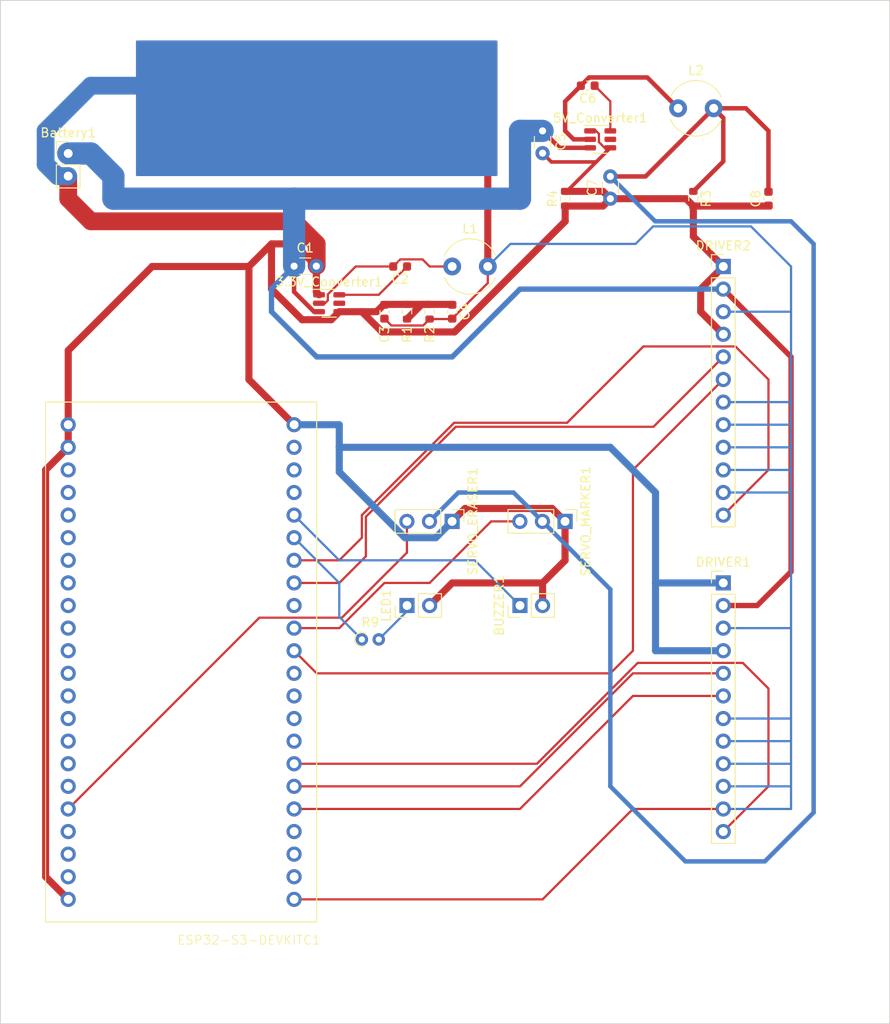
<source format=kicad_pcb>
(kicad_pcb (version 20221018) (generator pcbnew)
  (layers (0 "F.Cu" signal) (31 "B.Cu" signal) (34 "B.Paste" user) (35 "F.Paste" user) (36 "B.SilkS" user "B.Silkscreen") (37 "F.SilkS" user "F.Silkscreen") (38 "B.Mask" user) (39 "F.Mask" user) (44 "Edge.Cuts" user))
  (net 0 "")
  (net 1 "Net-(3.3V_Converter1-SW)")
  (net 2 "12V_POWER")
  (net 4 "Net-(3.3V_Converter1-BOOT)")
  (net 5 "Net-(5V_Converter1-SW)")
  (net 7 "Net-(5V_Converter1-BOOT)")
  (net 8 "DRIVER2_STEP")
  (net 9 "DRIVER2_DIRECTION")
  (net 10 "DRIVER1_STEP")
  (net 11 "DRIVER1_DIRECTION")
  (net 12 "DRIVER1_ENABLE")
  (net 13 "DRIVER2_ENABLE")
  (net 14 "BUZZER_GND")
  (net 15 "BUZZER_LOGIC")
  (net 16 "LED_LOGIC")
  (net 17 "SERVO_ERASER")
  (net 18 "SERVO_MARKER")
  (net 19 "Net-(SERVO_ERASER1-Pin_2)")
  (net 20 "D1_MS1 (3.3V)")
  (net 50 "Net-(LED1-Pin_1)")
  (footprint "Capacitor_THT:C_Disc_D3.0mm_W1.6mm_P2.50mm" (layer "F.Cu") (at 121.92 83.82 -90)
    (fp_text reference "C5" (at 1.25 -2.05 -90) (layer "F.SilkS"))
    (fp_text value "10uF")
    (fp_line (start 0.621 -0.92) (end 1.879 -0.92) (stroke (width 0.12)) (layer "F.SilkS"))
    (fp_line (start 0.621 0.92) (end 1.879 0.92) (stroke (width 0.12)) (layer "F.SilkS"))
    (pad "1" thru_hole circle (at 0 0 270) (size 1.6 1.6) (drill 0.8) (layers "*.Cu" "*.Mask") (net 2 "12V_POWER"))
    (pad "2" thru_hole circle (at 2.5 0 270) (size 1.6 1.6) (drill 0.8) (layers "*.Cu" "*.Mask") (net 14 "BUZZER_GND"))
  )
  (footprint "Capacitor_SMD:C_0603_1608Metric" (layer "F.Cu") (at 147.32 91.44 90)
    (fp_text reference "C8" (at 0 -1.43 90) (layer "F.SilkS"))
    (fp_text value "47uF")
    (fp_line (start -0.14058 -0.51) (end 0.14058 -0.51) (stroke (width 0.12)) (layer "F.SilkS"))
    (fp_line (start -0.14058 0.51) (end 0.14058 0.51) (stroke (width 0.12)) (layer "F.SilkS"))
    (pad "1" smd roundrect (at -0.775 0 90) (size 0.9 0.95) (layers "F.Cu" "F.Paste" "F.Mask") (net 14 "BUZZER_GND"))
    (pad "2" smd roundrect (at 0.775 0 90) (size 0.9 0.95) (layers "F.Cu" "F.Paste" "F.Mask") (net 19 "Net-(SERVO_ERASER1-Pin_2)"))
  )
  (footprint "Connector_PinHeader_2.54mm:PinHeader_1x02_P2.54mm_Vertical" (layer "F.Cu") (at 68.58 86.36)
    (fp_text reference "Battery1" (at 0 -2.33) (layer "F.SilkS"))
    (fp_text value "12V")
    (fp_line (start -1.33 -1.33) (end 0 -1.33) (stroke (width 0.12)) (layer "F.SilkS"))
    (fp_line (start -1.33 0) (end -1.33 -1.33) (stroke (width 0.12)) (layer "F.SilkS"))
    (fp_line (start -1.33 1.27) (end -1.33 3.87) (stroke (width 0.12)) (layer "F.SilkS"))
    (fp_line (start -1.33 1.27) (end 1.33 1.27) (stroke (width 0.12)) (layer "F.SilkS"))
    (fp_line (start -1.33 3.87) (end 1.33 3.87) (stroke (width 0.12)) (layer "F.SilkS"))
    (fp_line (start 1.33 1.27) (end 1.33 3.87) (stroke (width 0.12)) (layer "F.SilkS"))
    (pad "1" thru_hole rect (at 0 0) (size 1.7 1.7) (drill 1) (layers "*.Cu" "*.Mask") (net 2 "12V_POWER"))
    (pad "2" thru_hole oval (at 0 2.54) (size 1.7 1.7) (drill 1) (layers "*.Cu" "*.Mask") (net 14 "BUZZER_GND"))
  )
  (footprint "Inductor_THT:L_Radial_D6.0mm_P4.00mm" (layer "F.Cu") (at 111.76 99.06)
    (fp_text reference "L1" (at 2 -4.25) (layer "F.SilkS"))
    (fp_text value "6.3uH")
    (fp_arc (start -0.85426 -1.26) (mid 2 -3.12) (end 4.85426 -1.26) (stroke (width 0.12)) (layer "F.SilkS"))
    (fp_arc (start 4.85426 1.26) (mid 2 3.12) (end -0.85426 1.26) (stroke (width 0.12)) (layer "F.SilkS"))
    (pad "1" thru_hole circle (at 0 0) (size 2 2) (drill 1) (layers "*.Cu" "*.Mask") (net 1 "Net-(3.3V_Converter1-SW)"))
    (pad "2" thru_hole circle (at 4 0) (size 2 2) (drill 1) (layers "*.Cu" "*.Mask") (net 20 "D1_MS1 (3.3V)"))
  )
  (footprint "Connector_PinHeader_2.54mm:PinHeader_1x02_P2.54mm_Vertical" (layer "F.Cu") (at 119.38 137.16 90)
    (fp_text reference "BUZZER1" (at 0 -2.33 90) (layer "F.SilkS"))
    (fp_text value "Conn_01x02_Pin")
    (fp_line (start -1.33 -1.33) (end 0 -1.33) (stroke (width 0.12)) (layer "F.SilkS"))
    (fp_line (start -1.33 0) (end -1.33 -1.33) (stroke (width 0.12)) (layer "F.SilkS"))
    (fp_line (start -1.33 1.27) (end -1.33 3.87) (stroke (width 0.12)) (layer "F.SilkS"))
    (fp_line (start -1.33 1.27) (end 1.33 1.27) (stroke (width 0.12)) (layer "F.SilkS"))
    (fp_line (start -1.33 3.87) (end 1.33 3.87) (stroke (width 0.12)) (layer "F.SilkS"))
    (fp_line (start 1.33 1.27) (end 1.33 3.87) (stroke (width 0.12)) (layer "F.SilkS"))
    (pad "1" thru_hole rect (at 0 0 90) (size 1.7 1.7) (drill 1) (layers "*.Cu" "*.Mask") (net 15 "BUZZER_LOGIC"))
    (pad "2" thru_hole oval (at 0 2.54 90) (size 1.7 1.7) (drill 1) (layers "*.Cu" "*.Mask") (net 14 "BUZZER_GND"))
  )
  (footprint "Connector_PinHeader_2.54mm:PinHeader_1x03_P2.54mm_Vertical" (layer "F.Cu") (at 111.745 127.705 -90)
    (fp_text reference "SERVO_ERASER1" (at 0 -2.33 -90) (layer "F.SilkS"))
    (fp_text value "Conn_01x03_Pin")
    (fp_line (start -1.33 -1.33) (end 0 -1.33) (stroke (width 0.12)) (layer "F.SilkS"))
    (fp_line (start -1.33 0) (end -1.33 -1.33) (stroke (width 0.12)) (layer "F.SilkS"))
    (fp_line (start -1.33 1.27) (end -1.33 6.41) (stroke (width 0.12)) (layer "F.SilkS"))
    (fp_line (start -1.33 1.27) (end 1.33 1.27) (stroke (width 0.12)) (layer "F.SilkS"))
    (fp_line (start -1.33 6.41) (end 1.33 6.41) (stroke (width 0.12)) (layer "F.SilkS"))
    (fp_line (start 1.33 1.27) (end 1.33 6.41) (stroke (width 0.12)) (layer "F.SilkS"))
    (pad "1" thru_hole rect (at 0 0 270) (size 1.7 1.7) (drill 1) (layers "*.Cu" "*.Mask") (net 14 "BUZZER_GND"))
    (pad "2" thru_hole oval (at 0 2.54 270) (size 1.7 1.7) (drill 1) (layers "*.Cu" "*.Mask") (net 19 "Net-(SERVO_ERASER1-Pin_2)"))
    (pad "3" thru_hole oval (at 0 5.08 270) (size 1.7 1.7) (drill 1) (layers "*.Cu" "*.Mask") (net 17 "SERVO_ERASER"))
  )
  (footprint "Resistor_THT:R_Axial_DIN0204_L3.6mm_D1.6mm_P1.90mm_Vertical" (layer "F.Cu") (at 101.6 140.97)
    (fp_text reference "R9" (at 0.95 -1.92) (layer "F.SilkS"))
    (fp_text value "150Ohm")
    (fp_arc (start 0.320095 0.749359) (mid -0.813042 -0.054435) (end 0.417133 -0.7) (stroke (width 0.12)) (layer "F.SilkS"))
    (pad "1" thru_hole circle (at 0 0) (size 1.4 1.4) (drill 0.7) (layers "*.Cu" "*.Mask") (net 16 "LED_LOGIC"))
    (pad "2" thru_hole oval (at 1.9 0) (size 1.4 1.4) (drill 0.7) (layers "*.Cu" "*.Mask") (net 50 "Net-(LED1-Pin_1)"))
  )
  (footprint "Connector_PinHeader_2.54mm:PinHeader_1x12_P2.54mm_Vertical" (layer "F.Cu") (at 142.24 99.06)
    (fp_text reference "DRIVER2" (at 0 -2.33) (layer "F.SilkS"))
    (fp_text value "Conn_01x12_Pin")
    (fp_line (start -1.33 -1.33) (end 0 -1.33) (stroke (width 0.12)) (layer "F.SilkS"))
    (fp_line (start -1.33 0) (end -1.33 -1.33) (stroke (width 0.12)) (layer "F.SilkS"))
    (fp_line (start -1.33 1.27) (end -1.33 29.27) (stroke (width 0.12)) (layer "F.SilkS"))
    (fp_line (start -1.33 1.27) (end 1.33 1.27) (stroke (width 0.12)) (layer "F.SilkS"))
    (fp_line (start -1.33 29.27) (end 1.33 29.27) (stroke (width 0.12)) (layer "F.SilkS"))
    (fp_line (start 1.33 1.27) (end 1.33 29.27) (stroke (width 0.12)) (layer "F.SilkS"))
    (pad "1" thru_hole rect (at 0 0) (size 1.7 1.7) (drill 1) (layers "*.Cu" "*.Mask") (net 14 "BUZZER_GND"))
    (pad "2" thru_hole oval (at 0 2.54) (size 1.7 1.7) (drill 1) (layers "*.Cu" "*.Mask") (net 2 "12V_POWER"))
    (pad "3" thru_hole oval (at 0 5.08) (size 1.7 1.7) (drill 1) (layers "*.Cu" "*.Mask") (net 20 "D1_MS1 (3.3V)"))
    (pad "4" thru_hole oval (at 0 7.62) (size 1.7 1.7) (drill 1) (layers "*.Cu" "*.Mask") (net 14 "BUZZER_GND"))
    (pad "5" thru_hole oval (at 0 10.16) (size 1.7 1.7) (drill 1) (layers "*.Cu" "*.Mask") (net 9 "DRIVER2_DIRECTION"))
    (pad "6" thru_hole oval (at 0 12.7) (size 1.7 1.7) (drill 1) (layers "*.Cu" "*.Mask") (net 8 "DRIVER2_STEP"))
    (pad "7" thru_hole oval (at 0 15.24) (size 1.7 1.7) (drill 1) (layers "*.Cu" "*.Mask") (net 20 "D1_MS1 (3.3V)"))
    (pad "8" thru_hole oval (at 0 17.78) (size 1.7 1.7) (drill 1) (layers "*.Cu" "*.Mask") (net 20 "D1_MS1 (3.3V)"))
    (pad "9" thru_hole oval (at 0 20.32) (size 1.7 1.7) (drill 1) (layers "*.Cu" "*.Mask") (net 20 "D1_MS1 (3.3V)"))
    (pad "10" thru_hole oval (at 0 22.86) (size 1.7 1.7) (drill 1) (layers "*.Cu" "*.Mask") (net 20 "D1_MS1 (3.3V)"))
    (pad "11" thru_hole oval (at 0 25.4) (size 1.7 1.7) (drill 1) (layers "*.Cu" "*.Mask") (net 20 "D1_MS1 (3.3V)"))
    (pad "12" thru_hole oval (at 0 27.94) (size 1.7 1.7) (drill 1) (layers "*.Cu" "*.Mask") (net 13 "DRIVER2_ENABLE"))
  )
  (footprint "Capacitor_SMD:C_0603_1608Metric" (layer "F.Cu") (at 111.76 104.14 -90)
    (fp_text reference "C4" (at 0 -1.43 90) (layer "F.SilkS"))
    (fp_text value "47uF")
    (fp_line (start -0.14058 -0.51) (end 0.14058 -0.51) (stroke (width 0.12)) (layer "F.SilkS"))
    (fp_line (start -0.14058 0.51) (end 0.14058 0.51) (stroke (width 0.12)) (layer "F.SilkS"))
    (pad "1" smd roundrect (at -0.775 0 270) (size 0.9 0.95) (layers "F.Cu" "F.Paste" "F.Mask") (net 14 "BUZZER_GND"))
    (pad "2" smd roundrect (at 0.775 0 270) (size 0.9 0.95) (layers "F.Cu" "F.Paste" "F.Mask") (net 20 "D1_MS1 (3.3V)"))
  )
  (footprint "Package_TO_SOT_SMD:SOT-23-6" (layer "F.Cu") (at 97.9225 103.19)
    (fp_text reference "3.3V_Converter1" (at 0 -2.4) (layer "F.SilkS"))
    (fp_text value "TPS54302")
    (fp_line (start 0 -1.56) (end -1.8 -1.56) (stroke (width 0.12)) (layer "F.SilkS"))
    (fp_line (start 0 -1.56) (end 0.8 -1.56) (stroke (width 0.12)) (layer "F.SilkS"))
    (fp_line (start 0 1.56) (end -0.8 1.56) (stroke (width 0.12)) (layer "F.SilkS"))
    (fp_line (start 0 1.56) (end 0.8 1.56) (stroke (width 0.12)) (layer "F.SilkS"))
    (pad "1" smd roundrect (at -1.1375 -0.95) (size 1.325 0.6) (layers "F.Cu" "F.Paste" "F.Mask") (net 14 "BUZZER_GND"))
    (pad "2" smd roundrect (at -1.1375 0) (size 1.325 0.6) (layers "F.Cu" "F.Paste" "F.Mask") (net 1 "Net-(3.3V_Converter1-SW)"))
    (pad "3" smd roundrect (at -1.1375 0.95) (size 1.325 0.6) (layers "F.Cu" "F.Paste" "F.Mask") (net 2 "12V_POWER"))
    (pad "4" smd roundrect (at 1.1375 0.95) (size 1.325 0.6) (layers "F.Cu" "F.Paste" "F.Mask") (net 14 "BUZZER_GND"))
    (pad "5" smd roundrect (at 1.1375 0) (size 1.325 0.6) (layers "F.Cu" "F.Paste" "F.Mask"))
    (pad "6" smd roundrect (at 1.1375 -0.95) (size 1.325 0.6) (layers "F.Cu" "F.Paste" "F.Mask") (net 4 "Net-(3.3V_Converter1-BOOT)"))
  )
  (footprint "RF_Module:ESP32-S3-DEVKITC" (layer "F.Cu") (at 88.9 175.26)
    (fp_text reference "ESP32-S3-DEVKITC1" (at 0 -0.5 unlocked) (layer "F.SilkS") (effects (font (thickness 0.1))))
    (fp_text value "~")
    (fp_rect (start -22.86 -60.96) (end 7.62 -2.54) (stroke (width 0.1)) (fill none) (layer "F.SilkS"))
    (fp_rect (start -22.86 -60.96) (end 7.62 -2.54) (stroke (width 0.1)) (fill none) (layer "F.SilkS"))
    (fp_rect (start -22.86 -60.96) (end 7.62 -2.54) (stroke (width 0.1)) (fill none) (layer "F.SilkS"))
    (pad "1" thru_hole circle (at 5.08 -5.08) (size 1.7 1.7) (drill 1) (layers "*.Cu" "*.Mask") (net 20 "D1_MS1 (3.3V)"))
    (pad "2" thru_hole circle (at 5.08 -7.62) (size 1.7 1.7) (drill 1) (layers "*.Cu" "*.Mask"))
    (pad "3" thru_hole circle (at 5.08 -10.16) (size 1.7 1.7) (drill 1) (layers "*.Cu" "*.Mask"))
    (pad "4" thru_hole circle (at 5.08 -12.7) (size 1.7 1.7) (drill 1) (layers "*.Cu" "*.Mask"))
    (pad "5" thru_hole circle (at 5.08 -15.24) (size 1.7 1.7) (drill 1) (layers "*.Cu" "*.Mask") (net 10 "DRIVER1_STEP"))
    (pad "6" thru_hole circle (at 5.08 -17.78) (size 1.7 1.7) (drill 1) (layers "*.Cu" "*.Mask") (net 11 "DRIVER1_DIRECTION"))
    (pad "7" thru_hole circle (at 5.08 -20.32) (size 1.7 1.7) (drill 1) (layers "*.Cu" "*.Mask") (net 12 "DRIVER1_ENABLE"))
    (pad "8" thru_hole circle (at 5.08 -22.86) (size 1.7 1.7) (drill 1) (layers "*.Cu" "*.Mask"))
    (pad "9" thru_hole circle (at 5.08 -25.4) (size 1.7 1.7) (drill 1) (layers "*.Cu" "*.Mask"))
    (pad "10" thru_hole circle (at 5.08 -27.94) (size 1.7 1.7) (drill 1) (layers "*.Cu" "*.Mask"))
    (pad "11" thru_hole circle (at 5.08 -30.48) (size 1.7 1.7) (drill 1) (layers "*.Cu" "*.Mask"))
    (pad "12" thru_hole circle (at 5.08 -33.02) (size 1.7 1.7) (drill 1) (layers "*.Cu" "*.Mask") (net 8 "DRIVER2_STEP"))
    (pad "13" thru_hole circle (at 5.08 -35.56) (size 1.7 1.7) (drill 1) (layers "*.Cu" "*.Mask") (net 18 "SERVO_MARKER"))
    (pad "14" thru_hole circle (at 5.08 -38.1) (size 1.7 1.7) (drill 1) (layers "*.Cu" "*.Mask"))
    (pad "15" thru_hole circle (at 5.08 -40.64) (size 1.7 1.7) (drill 1) (layers "*.Cu" "*.Mask") (net 9 "DRIVER2_DIRECTION"))
    (pad "16" thru_hole circle (at 5.08 -43.18) (size 1.7 1.7) (drill 1) (layers "*.Cu" "*.Mask") (net 13 "DRIVER2_ENABLE"))
    (pad "17" thru_hole circle (at 5.08 -45.72) (size 1.7 1.7) (drill 1) (layers "*.Cu" "*.Mask") (net 16 "LED_LOGIC"))
    (pad "18" thru_hole circle (at 5.08 -48.26) (size 1.7 1.7) (drill 1) (layers "*.Cu" "*.Mask") (net 15 "BUZZER_LOGIC"))
    (pad "19" thru_hole circle (at 5.08 -50.8) (size 1.7 1.7) (drill 1) (layers "*.Cu" "*.Mask"))
    (pad "20" thru_hole circle (at 5.08 -53.34) (size 1.7 1.7) (drill 1) (layers "*.Cu" "*.Mask"))
    (pad "21" thru_hole circle (at 5.08 -55.88) (size 1.7 1.7) (drill 1) (layers "*.Cu" "*.Mask"))
    (pad "22" thru_hole circle (at 5.08 -58.42) (size 1.7 1.7) (drill 1) (layers "*.Cu" "*.Mask") (net 14 "BUZZER_GND"))
    (pad "23" thru_hole circle (at -20.32 -58.42) (size 1.7 1.7) (drill 1) (layers "*.Cu" "*.Mask") (net 14 "BUZZER_GND"))
    (pad "24" thru_hole circle (at -20.32 -55.88) (size 1.7 1.7) (drill 1) (layers "*.Cu" "*.Mask") (net 14 "BUZZER_GND"))
    (pad "25" thru_hole circle (at -20.32 -53.34) (size 1.7 1.7) (drill 1) (layers "*.Cu" "*.Mask"))
    (pad "26" thru_hole circle (at -20.32 -50.8) (size 1.7 1.7) (drill 1) (layers "*.Cu" "*.Mask"))
    (pad "27" thru_hole circle (at -20.32 -48.26) (size 1.7 1.7) (drill 1) (layers "*.Cu" "*.Mask"))
    (pad "28" thru_hole circle (at -20.32 -45.72) (size 1.7 1.7) (drill 1) (layers "*.Cu" "*.Mask"))
    (pad "29" thru_hole circle (at -20.32 -43.18) (size 1.7 1.7) (drill 1) (layers "*.Cu" "*.Mask"))
    (pad "30" thru_hole circle (at -20.32 -40.64) (size 1.7 1.7) (drill 1) (layers "*.Cu" "*.Mask"))
    (pad "31" thru_hole circle (at -20.32 -38.1) (size 1.7 1.7) (drill 1) (layers "*.Cu" "*.Mask"))
    (pad "32" thru_hole circle (at -20.32 -35.56) (size 1.7 1.7) (drill 1) (layers "*.Cu" "*.Mask"))
    (pad "33" thru_hole circle (at -20.32 -33.02) (size 1.7 1.7) (drill 1) (layers "*.Cu" "*.Mask"))
    (pad "34" thru_hole circle (at -20.32 -30.48) (size 1.7 1.7) (drill 1) (layers "*.Cu" "*.Mask"))
    (pad "35" thru_hole circle (at -20.32 -27.94) (size 1.7 1.7) (drill 1) (layers "*.Cu" "*.Mask"))
    (pad "36" thru_hole circle (at -20.32 -25.4) (size 1.7 1.7) (drill 1) (layers "*.Cu" "*.Mask"))
    (pad "37" thru_hole circle (at -20.32 -22.86) (size 1.7 1.7) (drill 1) (layers "*.Cu" "*.Mask"))
    (pad "38" thru_hole circle (at -20.32 -20.32) (size 1.7 1.7) (drill 1) (layers "*.Cu" "*.Mask"))
    (pad "39" thru_hole circle (at -20.32 -17.78) (size 1.7 1.7) (drill 1) (layers "*.Cu" "*.Mask"))
    (pad "40" thru_hole circle (at -20.32 -15.24) (size 1.7 1.7) (drill 1) (layers "*.Cu" "*.Mask") (net 17 "SERVO_ERASER"))
    (pad "41" thru_hole circle (at -20.32 -12.7) (size 1.7 1.7) (drill 1) (layers "*.Cu" "*.Mask"))
    (pad "42" thru_hole circle (at -20.32 -10.16) (size 1.7 1.7) (drill 1) (layers "*.Cu" "*.Mask"))
    (pad "43" thru_hole circle (at -20.32 -7.62) (size 1.7 1.7) (drill 1) (layers "*.Cu" "*.Mask"))
    (pad "44" thru_hole circle (at -20.32 -5.08) (size 1.7 1.7) (drill 1) (layers "*.Cu" "*.Mask") (net 14 "BUZZER_GND"))
  )
  (footprint "Capacitor_SMD:C_0603_1608Metric" (layer "F.Cu") (at 127 78.74 180)
    (fp_text reference "C6" (at 0 -1.43) (layer "F.SilkS"))
    (fp_text value "100nF")
    (fp_line (start -0.14058 -0.51) (end 0.14058 -0.51) (stroke (width 0.12)) (layer "F.SilkS"))
    (fp_line (start -0.14058 0.51) (end 0.14058 0.51) (stroke (width 0.12)) (layer "F.SilkS"))
    (pad "1" smd roundrect (at -0.775 0 180) (size 0.9 0.95) (layers "F.Cu" "F.Paste" "F.Mask") (net 7 "Net-(5V_Converter1-BOOT)"))
    (pad "2" smd roundrect (at 0.775 0 180) (size 0.9 0.95) (layers "F.Cu" "F.Paste" "F.Mask") (net 5 "Net-(5V_Converter1-SW)"))
  )
  (footprint "Connector_PinHeader_2.54mm:PinHeader_1x03_P2.54mm_Vertical" (layer "F.Cu") (at 124.445 127.705 -90)
    (fp_text reference "SERVO_MARKER1" (at 0 -2.33 -90) (layer "F.SilkS"))
    (fp_text value "Conn_01x03_Pin")
    (fp_line (start -1.33 -1.33) (end 0 -1.33) (stroke (width 0.12)) (layer "F.SilkS"))
    (fp_line (start -1.33 0) (end -1.33 -1.33) (stroke (width 0.12)) (layer "F.SilkS"))
    (fp_line (start -1.33 1.27) (end -1.33 6.41) (stroke (width 0.12)) (layer "F.SilkS"))
    (fp_line (start -1.33 1.27) (end 1.33 1.27) (stroke (width 0.12)) (layer "F.SilkS"))
    (fp_line (start -1.33 6.41) (end 1.33 6.41) (stroke (width 0.12)) (layer "F.SilkS"))
    (fp_line (start 1.33 1.27) (end 1.33 6.41) (stroke (width 0.12)) (layer "F.SilkS"))
    (pad "1" thru_hole rect (at 0 0 270) (size 1.7 1.7) (drill 1) (layers "*.Cu" "*.Mask") (net 14 "BUZZER_GND"))
    (pad "2" thru_hole oval (at 0 2.54 270) (size 1.7 1.7) (drill 1) (layers "*.Cu" "*.Mask") (net 19 "Net-(SERVO_ERASER1-Pin_2)"))
    (pad "3" thru_hole oval (at 0 5.08 270) (size 1.7 1.7) (drill 1) (layers "*.Cu" "*.Mask") (net 18 "SERVO_MARKER"))
  )
  (footprint "Resistor_SMD:R_0603_1608Metric" (layer "F.Cu") (at 109.22 104.14 90)
    (fp_text reference "R2" (at -2.54 0 90) (layer "F.SilkS"))
    (fp_text value "100kOhm")
    (fp_line (start -0.237258 -0.5225) (end 0.237258 -0.5225) (stroke (width 0.12)) (layer "F.SilkS"))
    (fp_line (start -0.237258 0.5225) (end 0.237258 0.5225) (stroke (width 0.12)) (layer "F.SilkS"))
    (pad "1" smd roundrect (at -0.825 0 90) (size 0.8 0.95) (layers "F.Cu" "F.Paste" "F.Mask") (net 20 "D1_MS1 (3.3V)"))
    (pad "2" smd roundrect (at 0.825 0 90) (size 0.8 0.95) (layers "F.Cu" "F.Paste" "F.Mask") (net 14 "BUZZER_GND"))
  )
  (footprint "Capacitor_SMD:C_0603_1608Metric" (layer "F.Cu") (at 105.905 99.06 180)
    (fp_text reference "C2" (at 0 -1.43) (layer "F.SilkS"))
    (fp_text value "100nF")
    (fp_line (start -0.14058 -0.51) (end 0.14058 -0.51) (stroke (width 0.12)) (layer "F.SilkS"))
    (fp_line (start -0.14058 0.51) (end 0.14058 0.51) (stroke (width 0.12)) (layer "F.SilkS"))
    (pad "1" smd roundrect (at -0.775 0 180) (size 0.9 0.95) (layers "F.Cu" "F.Paste" "F.Mask") (net 4 "Net-(3.3V_Converter1-BOOT)"))
    (pad "2" smd roundrect (at 0.775 0 180) (size 0.9 0.95) (layers "F.Cu" "F.Paste" "F.Mask") (net 1 "Net-(3.3V_Converter1-SW)"))
  )
  (footprint "Capacitor_SMD:C_0603_1608Metric" (layer "F.Cu") (at 104.14 104.14 -90)
    (fp_text reference "C3" (at 2.54 0 90) (layer "F.SilkS"))
    (fp_text value "82pF")
    (fp_line (start -0.14058 -0.51) (end 0.14058 -0.51) (stroke (width 0.12)) (layer "F.SilkS"))
    (fp_line (start -0.14058 0.51) (end 0.14058 0.51) (stroke (width 0.12)) (layer "F.SilkS"))
    (pad "1" smd roundrect (at -0.775 0 270) (size 0.9 0.95) (layers "F.Cu" "F.Paste" "F.Mask") (net 14 "BUZZER_GND"))
    (pad "2" smd roundrect (at 0.775 0 270) (size 0.9 0.95) (layers "F.Cu" "F.Paste" "F.Mask") (net 20 "D1_MS1 (3.3V)"))
  )
  (footprint "Capacitor_THT:C_Disc_D3.0mm_W1.6mm_P2.50mm" (layer "F.Cu") (at 129.54 91.44 90)
    (fp_text reference "C7" (at 1.25 -2.05 90) (layer "F.SilkS"))
    (fp_text value "47pF")
    (fp_line (start 0.621 -0.92) (end 1.879 -0.92) (stroke (width 0.12)) (layer "F.SilkS"))
    (fp_line (start 0.621 0.92) (end 1.879 0.92) (stroke (width 0.12)) (layer "F.SilkS"))
    (pad "1" thru_hole circle (at 0 0 90) (size 1.6 1.6) (drill 0.8) (layers "*.Cu" "*.Mask") (net 14 "BUZZER_GND"))
    (pad "2" thru_hole circle (at 2.5 0 90) (size 1.6 1.6) (drill 0.8) (layers "*.Cu" "*.Mask") (net 19 "Net-(SERVO_ERASER1-Pin_2)"))
  )
  (footprint "Resistor_SMD:R_0603_1608Metric" (layer "F.Cu") (at 106.68 104.14 90)
    (fp_text reference "R1" (at -2.54 0 90) (layer "F.SilkS"))
    (fp_text value "22kOhm")
    (fp_line (start -0.237258 -0.5225) (end 0.237258 -0.5225) (stroke (width 0.12)) (layer "F.SilkS"))
    (fp_line (start -0.237258 0.5225) (end 0.237258 0.5225) (stroke (width 0.12)) (layer "F.SilkS"))
    (pad "1" smd roundrect (at -0.825 0 90) (size 0.8 0.95) (layers "F.Cu" "F.Paste" "F.Mask") (net 14 "BUZZER_GND"))
    (pad "2" smd roundrect (at 0.825 0 90) (size 0.8 0.95) (layers "F.Cu" "F.Paste" "F.Mask") (net 14 "BUZZER_GND"))
  )
  (footprint "Inductor_THT:L_Radial_D6.0mm_P4.00mm" (layer "F.Cu") (at 137.16 81.28)
    (fp_text reference "L2" (at 2 -4.25) (layer "F.SilkS"))
    (fp_text value "18uH")
    (fp_arc (start -0.85426 -1.26) (mid 2 -3.12) (end 4.85426 -1.26) (stroke (width 0.12)) (layer "F.SilkS"))
    (fp_arc (start 4.85426 1.26) (mid 2 3.12) (end -0.85426 1.26) (stroke (width 0.12)) (layer "F.SilkS"))
    (pad "1" thru_hole circle (at 0 0) (size 2 2) (drill 1) (layers "*.Cu" "*.Mask") (net 5 "Net-(5V_Converter1-SW)"))
    (pad "2" thru_hole circle (at 4 0) (size 2 2) (drill 1) (layers "*.Cu" "*.Mask") (net 19 "Net-(SERVO_ERASER1-Pin_2)"))
  )
  (footprint "Resistor_SMD:R_0603_1608Metric" (layer "F.Cu") (at 138.875 91.44 -90)
    (fp_text reference "R3" (at 0 -1.43 90) (layer "F.SilkS"))
    (fp_text value "100kOhm")
    (fp_line (start -0.237258 -0.5225) (end 0.237258 -0.5225) (stroke (width 0.12)) (layer "F.SilkS"))
    (fp_line (start -0.237258 0.5225) (end 0.237258 0.5225) (stroke (width 0.12)) (layer "F.SilkS"))
    (pad "1" smd roundrect (at -0.825 0 270) (size 0.8 0.95) (layers "F.Cu" "F.Paste" "F.Mask") (net 19 "Net-(SERVO_ERASER1-Pin_2)"))
    (pad "2" smd roundrect (at 0.825 0 270) (size 0.8 0.95) (layers "F.Cu" "F.Paste" "F.Mask") (net 14 "BUZZER_GND"))
  )
  (footprint "Package_TO_SOT_SMD:SOT-23-6" (layer "F.Cu") (at 128.4025 84.77)
    (fp_text reference "5V_Converter1" (at 0 -2.4) (layer "F.SilkS"))
    (fp_text value "TPS54302")
    (fp_line (start 0 -1.56) (end -1.8 -1.56) (stroke (width 0.12)) (layer "F.SilkS"))
    (fp_line (start 0 -1.56) (end 0.8 -1.56) (stroke (width 0.12)) (layer "F.SilkS"))
    (fp_line (start 0 1.56) (end -0.8 1.56) (stroke (width 0.12)) (layer "F.SilkS"))
    (fp_line (start 0 1.56) (end 0.8 1.56) (stroke (width 0.12)) (layer "F.SilkS"))
    (pad "1" smd roundrect (at -1.1375 -0.95) (size 1.325 0.6) (layers "F.Cu" "F.Paste" "F.Mask") (net 14 "BUZZER_GND"))
    (pad "2" smd roundrect (at -1.1375 0) (size 1.325 0.6) (layers "F.Cu" "F.Paste" "F.Mask") (net 5 "Net-(5V_Converter1-SW)"))
    (pad "3" smd roundrect (at -1.1375 0.95) (size 1.325 0.6) (layers "F.Cu" "F.Paste" "F.Mask") (net 2 "12V_POWER"))
    (pad "4" smd roundrect (at 1.1375 0.95) (size 1.325 0.6) (layers "F.Cu" "F.Paste" "F.Mask") (net 14 "BUZZER_GND"))
    (pad "5" smd roundrect (at 1.1375 0) (size 1.325 0.6) (layers "F.Cu" "F.Paste" "F.Mask"))
    (pad "6" smd roundrect (at 1.1375 -0.95) (size 1.325 0.6) (layers "F.Cu" "F.Paste" "F.Mask") (net 7 "Net-(5V_Converter1-BOOT)"))
  )
  (footprint "Connector_PinHeader_2.54mm:PinHeader_1x12_P2.54mm_Vertical" (layer "F.Cu") (at 142.24 134.62)
    (fp_text reference "DRIVER1" (at 0 -2.33) (layer "F.SilkS"))
    (fp_text value "Conn_01x12_Pin")
    (fp_line (start -1.33 -1.33) (end 0 -1.33) (stroke (width 0.12)) (layer "F.SilkS"))
    (fp_line (start -1.33 0) (end -1.33 -1.33) (stroke (width 0.12)) (layer "F.SilkS"))
    (fp_line (start -1.33 1.27) (end -1.33 29.27) (stroke (width 0.12)) (layer "F.SilkS"))
    (fp_line (start -1.33 1.27) (end 1.33 1.27) (stroke (width 0.12)) (layer "F.SilkS"))
    (fp_line (start -1.33 29.27) (end 1.33 29.27) (stroke (width 0.12)) (layer "F.SilkS"))
    (fp_line (start 1.33 1.27) (end 1.33 29.27) (stroke (width 0.12)) (layer "F.SilkS"))
    (pad "1" thru_hole rect (at 0 0) (size 1.7 1.7) (drill 1) (layers "*.Cu" "*.Mask") (net 14 "BUZZER_GND"))
    (pad "2" thru_hole oval (at 0 2.54) (size 1.7 1.7) (drill 1) (layers "*.Cu" "*.Mask") (net 2 "12V_POWER"))
    (pad "3" thru_hole oval (at 0 5.08) (size 1.7 1.7) (drill 1) (layers "*.Cu" "*.Mask") (net 20 "D1_MS1 (3.3V)"))
    (pad "4" thru_hole oval (at 0 7.62) (size 1.7 1.7) (drill 1) (layers "*.Cu" "*.Mask") (net 14 "BUZZER_GND"))
    (pad "5" thru_hole oval (at 0 10.16) (size 1.7 1.7) (drill 1) (layers "*.Cu" "*.Mask") (net 11 "DRIVER1_DIRECTION"))
    (pad "6" thru_hole oval (at 0 12.7) (size 1.7 1.7) (drill 1) (layers "*.Cu" "*.Mask") (net 10 "DRIVER1_STEP"))
    (pad "7" thru_hole oval (at 0 15.24) (size 1.7 1.7) (drill 1) (layers "*.Cu" "*.Mask") (net 20 "D1_MS1 (3.3V)"))
    (pad "8" thru_hole oval (at 0 17.78) (size 1.7 1.7) (drill 1) (layers "*.Cu" "*.Mask") (net 20 "D1_MS1 (3.3V)"))
    (pad "9" thru_hole oval (at 0 20.32) (size 1.7 1.7) (drill 1) (layers "*.Cu" "*.Mask") (net 20 "D1_MS1 (3.3V)"))
    (pad "10" thru_hole oval (at 0 22.86) (size 1.7 1.7) (drill 1) (layers "*.Cu" "*.Mask") (net 20 "D1_MS1 (3.3V)"))
    (pad "11" thru_hole oval (at 0 25.4) (size 1.7 1.7) (drill 1) (layers "*.Cu" "*.Mask") (net 20 "D1_MS1 (3.3V)"))
    (pad "12" thru_hole oval (at 0 27.94) (size 1.7 1.7) (drill 1) (layers "*.Cu" "*.Mask") (net 12 "DRIVER1_ENABLE"))
  )
  (footprint "Connector_PinHeader_2.54mm:PinHeader_1x02_P2.54mm_Vertical" (layer "F.Cu") (at 106.68 137.16 90)
    (fp_text reference "LED1" (at 0 -2.33 90) (layer "F.SilkS"))
    (fp_text value "Conn_01x02_Pin")
    (fp_line (start -1.33 -1.33) (end 0 -1.33) (stroke (width 0.12)) (layer "F.SilkS"))
    (fp_line (start -1.33 0) (end -1.33 -1.33) (stroke (width 0.12)) (layer "F.SilkS"))
    (fp_line (start -1.33 1.27) (end -1.33 3.87) (stroke (width 0.12)) (layer "F.SilkS"))
    (fp_line (start -1.33 1.27) (end 1.33 1.27) (stroke (width 0.12)) (layer "F.SilkS"))
    (fp_line (start -1.33 3.87) (end 1.33 3.87) (stroke (width 0.12)) (layer "F.SilkS"))
    (fp_line (start 1.33 1.27) (end 1.33 3.87) (stroke (width 0.12)) (layer "F.SilkS"))
    (pad "1" thru_hole rect (at 0 0 90) (size 1.7 1.7) (drill 1) (layers "*.Cu" "*.Mask") (net 50 "Net-(LED1-Pin_1)"))
    (pad "2" thru_hole oval (at 0 2.54 90) (size 1.7 1.7) (drill 1) (layers "*.Cu" "*.Mask") (net 14 "BUZZER_GND"))
  )
  (footprint "Resistor_SMD:R_0603_1608Metric" (layer "F.Cu") (at 124.46 91.44 90)
    (fp_text reference "R4" (at 0 -1.43 90) (layer "F.SilkS"))
    (fp_text value "13.7kOhm")
    (fp_line (start -0.237258 -0.5225) (end 0.237258 -0.5225) (stroke (width 0.12)) (layer "F.SilkS"))
    (fp_line (start -0.237258 0.5225) (end 0.237258 0.5225) (stroke (width 0.12)) (layer "F.SilkS"))
    (pad "1" smd roundrect (at -0.825 0 90) (size 0.8 0.95) (layers "F.Cu" "F.Paste" "F.Mask") (net 14 "BUZZER_GND"))
    (pad "2" smd roundrect (at 0.825 0 90) (size 0.8 0.95) (layers "F.Cu" "F.Paste" "F.Mask") (net 14 "BUZZER_GND"))
  )
  (footprint "Capacitor_THT:C_Disc_D3.0mm_W1.6mm_P2.50mm" (layer "F.Cu") (at 93.98 99.02)
    (fp_text reference "C1" (at 1.25 -2.05) (layer "F.SilkS"))
    (fp_text value "1uF")
    (fp_line (start 0.621 -0.92) (end 1.879 -0.92) (stroke (width 0.12)) (layer "F.SilkS"))
    (fp_line (start 0.621 0.92) (end 1.879 0.92) (stroke (width 0.12)) (layer "F.SilkS"))
    (pad "1" thru_hole circle (at 0 0) (size 1.6 1.6) (drill 0.8) (layers "*.Cu" "*.Mask") (net 2 "12V_POWER"))
    (pad "2" thru_hole circle (at 2.5 0) (size 1.6 1.6) (drill 0.8) (layers "*.Cu" "*.Mask") (net 14 "BUZZER_GND"))
  )
  (gr_rect (start 60.96 69.16) (end 160.96 184.16) (stroke (width 0.1)) (fill none) (layer "Edge.Cuts"))
  (segment (start 96.785 103.19) (end 97.447499 103.19) (width 0.25) (layer "F.Cu") (net 1))
  (segment (start 108.42 98.26) (end 105.93 98.26) (width 0.25) (layer "F.Cu") (net 1))
  (segment (start 109.22 99.06) (end 108.42 98.26) (width 0.25) (layer "F.Cu") (net 1))
  (segment (start 97.7725 102.864999) (end 97.7725 102.189092) (width 0.25) (layer "F.Cu") (net 1))
  (segment (start 100.901592 99.06) (end 105.13 99.06) (width 0.25) (layer "F.Cu") (net 1))
  (segment (start 96.785 103.19) (end 96.195 103.19) (width 0.25) (layer "F.Cu") (net 1))
  (segment (start 105.93 98.26) (end 105.13 99.06) (width 0.25) (layer "F.Cu") (net 1))
  (segment (start 97.7725 102.189092) (end 100.901592 99.06) (width 0.25) (layer "F.Cu") (net 1))
  (segment (start 109.22 99.06) (end 111.76 99.06) (width 0.25) (layer "F.Cu") (net 1))
  (segment (start 97.447499 103.19) (end 97.7725 102.864999) (width 0.25) (layer "F.Cu") (net 1))
  (segment (start 93.98 99.02) (end 93.98 101.900184) (width 0.5) (layer "F.Cu") (net 2))
  (segment (start 149.86 133.35) (end 146.05 137.16) (width 0.6) (layer "F.Cu") (net 2))
  (segment (start 149.86 109.22) (end 149.86 133.35) (width 0.6) (layer "F.Cu") (net 2))
  (segment (start 93.98 101.900184) (end 96.219816 104.14) (width 0.5) (layer "F.Cu") (net 2))
  (segment (start 123.82 85.72) (end 121.92 83.82) (width 0.5) (layer "F.Cu") (net 2))
  (segment (start 127.265 85.72) (end 123.82 85.72) (width 0.5) (layer "F.Cu") (net 2))
  (segment (start 142.24 101.6) (end 149.86 109.22) (width 0.6) (layer "F.Cu") (net 2))
  (segment (start 146.05 137.16) (end 142.24 137.16) (width 0.6) (layer "F.Cu") (net 2))
  (segment (start 96.219816 104.14) (end 96.785 104.14) (width 0.5) (layer "F.Cu") (net 2))
  (segment (start 73.66 91.44) (end 93.98 91.44) (width 2.5) (layer "B.Cu") (net 2))
  (segment (start 93.98 91.44) (end 119.38 91.44) (width 2.5) (layer "B.Cu") (net 2))
  (segment (start 96.52 109.22) (end 91.44 104.14) (width 0.6) (layer "B.Cu") (net 2))
  (segment (start 119.38 91.44) (end 119.38 83.82) (width 2.5) (layer "B.Cu") (net 2))
  (segment (start 71.12 86.36) (end 73.66 88.9) (width 2.5) (layer "B.Cu") (net 2))
  (segment (start 111.76 109.22) (end 96.52 109.22) (width 0.6) (layer "B.Cu") (net 2))
  (segment (start 73.66 88.9) (end 73.66 91.44) (width 2.5) (layer "B.Cu") (net 2))
  (segment (start 142.24 101.6) (end 119.38 101.6) (width 0.6) (layer "B.Cu") (net 2))
  (segment (start 119.38 83.82) (end 121.92 83.82) (width 2.5) (layer "B.Cu") (net 2))
  (segment (start 91.44 104.14) (end 91.44 101.56) (width 0.6) (layer "B.Cu") (net 2))
  (segment (start 91.44 101.56) (end 93.98 99.02) (width 0.6) (layer "B.Cu") (net 2))
  (segment (start 119.38 101.6) (end 111.76 109.22) (width 0.6) (layer "B.Cu") (net 2))
  (segment (start 68.58 86.36) (end 71.12 86.36) (width 2.5) (layer "B.Cu") (net 2))
  (segment (start 93.98 91.44) (end 93.98 99.02) (width 2.5) (layer "B.Cu") (net 2))
  (segment (start 103.5 102.24) (end 106.68 99.06) (width 0.25) (layer "F.Cu") (net 4))
  (segment (start 99.06 102.24) (end 103.5 102.24) (width 0.25) (layer "F.Cu") (net 4))
  (segment (start 124.46 83.82) (end 124.46 80.505) (width 0.5) (layer "F.Cu") (net 5))
  (segment (start 127.15 77.815) (end 133.695 77.815) (width 0.5) (layer "F.Cu") (net 5))
  (segment (start 125.41 84.77) (end 127.265 84.77) (width 0.5) (layer "F.Cu") (net 5))
  (segment (start 124.46 83.82) (end 125.41 84.77) (width 0.5) (layer "F.Cu") (net 5))
  (segment (start 133.695 77.815) (end 137.16 81.28) (width 0.5) (layer "F.Cu") (net 5))
  (segment (start 126.225 78.74) (end 127.15 77.815) (width 0.5) (layer "F.Cu") (net 5))
  (segment (start 124.46 80.505) (end 126.225 78.74) (width 0.5) (layer "F.Cu") (net 5))
  (segment (start 129.54 80.505) (end 129.54 83.82) (width 0.25) (layer "F.Cu") (net 7))
  (segment (start 127.775 78.74) (end 129.54 80.505) (width 0.25) (layer "F.Cu") (net 7))
  (segment (start 132.08 121.92) (end 132.08 142.24) (width 0.25) (layer "F.Cu") (net 8))
  (segment (start 129.54 144.78) (end 132.08 142.24) (width 0.25) (layer "F.Cu") (net 8))
  (segment (start 93.98 142.24) (end 96.52 144.78) (width 0.25) (layer "F.Cu") (net 8))
  (segment (start 142.24 111.76) (end 132.08 121.92) (width 0.25) (layer "F.Cu") (net 8))
  (segment (start 96.52 144.78) (end 129.54 144.78) (width 0.25) (layer "F.Cu") (net 8))
  (segment (start 142.24 109.22) (end 134.39 117.07) (width 0.25) (layer "F.Cu") (net 9))
  (segment (start 102.05 131.63) (end 99.06 134.62) (width 0.25) (layer "F.Cu") (net 9))
  (segment (start 99.06 134.62) (end 93.98 134.62) (width 0.25) (layer "F.Cu") (net 9))
  (segment (start 102.05 127.186396) (end 102.05 131.63) (width 0.25) (layer "F.Cu") (net 9))
  (segment (start 134.39 117.07) (end 112.166396 117.07) (width 0.25) (layer "F.Cu") (net 9))
  (segment (start 112.166396 117.07) (end 102.05 127.186396) (width 0.25) (layer "F.Cu") (net 9))
  (segment (start 132.08 147.32) (end 119.38 160.02) (width 0.25) (layer "F.Cu") (net 10))
  (segment (start 142.24 147.32) (end 132.08 147.32) (width 0.25) (layer "F.Cu") (net 10))
  (segment (start 93.98 160.02) (end 119.38 160.02) (width 0.25) (layer "F.Cu") (net 10))
  (segment (start 119.38 157.48) (end 93.98 157.48) (width 0.25) (layer "F.Cu") (net 11))
  (segment (start 132.08 144.78) (end 119.38 157.48) (width 0.25) (layer "F.Cu") (net 11))
  (segment (start 142.24 144.78) (end 132.08 144.78) (width 0.25) (layer "F.Cu") (net 11))
  (segment (start 142.24 162.56) (end 147.32 157.48) (width 0.25) (layer "F.Cu") (net 12))
  (segment (start 147.32 157.48) (end 147.32 146.489149) (width 0.25) (layer "F.Cu") (net 12))
  (segment (start 144.435851 143.605) (end 132.618604 143.605) (width 0.25) (layer "F.Cu") (net 12))
  (segment (start 121.283604 154.94) (end 93.98 154.94) (width 0.25) (layer "F.Cu") (net 12))
  (segment (start 132.618604 143.605) (end 121.283604 154.94) (width 0.25) (layer "F.Cu") (net 12))
  (segment (start 147.32 146.489149) (end 144.435851 143.605) (width 0.25) (layer "F.Cu") (net 12))
  (segment (start 99.06 132.08) (end 93.98 132.08) (width 0.25) (layer "F.Cu") (net 13))
  (segment (start 124.68 116.62) (end 111.98 116.62) (width 0.25) (layer "F.Cu") (net 13))
  (segment (start 111.98 116.62) (end 101.6 127) (width 0.25) (layer "F.Cu") (net 13))
  (segment (start 133.255 108.045) (end 124.68 116.62) (width 0.25) (layer "F.Cu") (net 13))
  (segment (start 101.6 127) (end 101.6 129.54) (width 0.25) (layer "F.Cu") (net 13))
  (segment (start 147.32 111.76) (end 143.605 108.045) (width 0.25) (layer "F.Cu") (net 13))
  (segment (start 147.32 121.92) (end 147.32 111.76) (width 0.25) (layer "F.Cu") (net 13))
  (segment (start 142.24 127) (end 147.32 121.92) (width 0.25) (layer "F.Cu") (net 13))
  (segment (start 143.605 108.045) (end 133.255 108.045) (width 0.25) (layer "F.Cu") (net 13))
  (segment (start 101.6 129.54) (end 99.06 132.08) (width 0.25) (layer "F.Cu") (net 13))
  (segment (start 93.98 96.52) (end 96.48 99.02) (width 0.8) (layer "F.Cu") (net 14))
  (segment (start 121.92 134.62) (end 124.445 132.095) (width 0.8) (layer "F.Cu") (net 14))
  (segment (start 113.195 126.255) (end 122.995 126.255) (width 0.8) (layer "F.Cu") (net 14))
  (segment (start 127.95 87.31) (end 124.645 90.615) (width 0.4) (layer "F.Cu") (net 14))
  (segment (start 128.2525 84.145001) (end 128.2525 85.0725) (width 0.25) (layer "F.Cu") (net 14))
  (segment (start 121.92 137.16) (end 121.92 134.62) (width 0.8) (layer "F.Cu") (net 14))
  (segment (start 96.52 96.52) (end 96.52 98.98) (width 2) (layer "F.Cu") (net 14))
  (segment (start 93.98 116.84) (end 88.9 111.76) (width 0.8) (layer "F.Cu") (net 14))
  (segment (start 111.745 127.705) (end 113.195 126.255) (width 0.8) (layer "F.Cu") (net 14))
  (segment (start 138.05 91.44) (end 138.875 92.265) (width 0.8) (layer "F.Cu") (net 14))
  (segment (start 104.19 103.315) (end 104.14 103.365) (width 0.25) (layer "F.Cu") (net 14))
  (segment (start 91.44 101.6) (end 91.44 96.52) (width 0.8) (layer "F.Cu") (net 14))
  (segment (start 138.875 95.695) (end 138.875 92.265) (width 0.8) (layer "F.Cu") (net 14))
  (segment (start 68.58 88.9) (end 68.58 91.44) (width 2) (layer "F.Cu") (net 14))
  (segment (start 142.24 99.06) (end 138.875 95.695) (width 0.8) (layer "F.Cu") (net 14))
  (segment (start 106.68 103.315) (end 109.22 103.315) (width 0.8) (layer "F.Cu") (net 14))
  (segment (start 98.16 105.04) (end 94.88 105.04) (width 0.8) (layer "F.Cu") (net 14))
  (segment (start 124.645 90.615) (end 124.46 90.615) (width 0.25) (layer "F.Cu") (net 14))
  (segment (start 142.24 99.06) (end 139.7 101.6) (width 0.8) (layer "F.Cu") (net 14))
  (segment (start 138.875 92.265) (end 147.27 92.265) (width 0.8) (layer "F.Cu") (net 14))
  (segment (start 109.22 103.315) (end 111.71 103.315) (width 0.8) (layer "F.Cu") (net 14))
  (segment (start 68.58 119.38) (end 68.58 116.84) (width 0.8) (layer "F.Cu") (net 14))
  (segment (start 121.92 86.32) (end 122.91 87.31) (width 0.4) (layer "F.Cu") (net 14))
  (segment (start 99.06 104.14) (end 98.16 105.04) (width 0.8) (layer "F.Cu") (net 14))
  (segment (start 68.58 91.44) (end 71.12 93.98) (width 2) (layer "F.Cu") (net 14))
  (segment (start 94.88 105.04) (end 91.44 101.6) (width 0.8) (layer "F.Cu") (net 14))
  (segment (start 124.46 93.98) (end 124.46 92.265) (width 0.8) (layer "F.Cu") (net 14))
  (segment (start 106.68 103.315) (end 104.19 103.315) (width 0.8) (layer "F.Cu") (net 14))
  (segment (start 111.76 134.62) (end 121.92 134.62) (width 0.8) (layer "F.Cu") (net 14))
  (segment (start 122.995 126.255) (end 124.445 127.705) (width 0.8) (layer "F.Cu") (net 14))
  (segment (start 68.58 170.18) (end 66.04 167.64) (width 0.8) (layer "F.Cu") (net 14))
  (segment (start 124.46 92.265) (end 128.715 92.265) (width 0.8) (layer "F.Cu") (net 14))
  (segment (start 88.9 99.06) (end 91.44 96.52) (width 0.8) (layer "F.Cu") (net 14))
  (segment (start 66.04 121.92) (end 68.58 119.38) (width 0.8) (layer "F.Cu") (net 14))
  (segment (start 104.04204 103.365) (end 103.26704 104.14) (width 0.8) (layer "F.Cu") (net 14))
  (segment (start 93.98 93.98) (end 96.52 96.52) (width 2) (layer "F.Cu") (net 14))
  (segment (start 91.44 96.52) (end 93.98 96.52) (width 0.8) (layer "F.Cu") (net 14))
  (segment (start 124.445 132.095) (end 124.445 127.705) (width 0.8) (layer "F.Cu") (net 14))
  (segment (start 103.875 106.415) (end 112.025 106.415) (width 0.8) (layer "F.Cu") (net 14))
  (segment (start 147.27 92.265) (end 147.32 92.215) (width 0.25) (layer "F.Cu") (net 14))
  (segment (start 101.6 104.14) (end 103.875 106.415) (width 0.8) (layer "F.Cu") (net 14))
  (segment (start 68.58 108.495) (end 78.015 99.06) (width 0.8) (layer "F.Cu") (net 14))
  (segment (start 104.14 103.365) (end 104.04204 103.365) (width 0.8) (layer "F.Cu") (net 14))
  (segment (start 127.265 83.82) (end 127.927499 83.82) (width 0.25) (layer "F.Cu") (net 14))
  (segment (start 66.04 167.64) (end 66.04 121.92) (width 0.8) (layer "F.Cu") (net 14))
  (segment (start 139.7 101.6) (end 139.7 104.14) (width 0.8) (layer "F.Cu") (net 14))
  (segment (start 128.715 90.615) (end 129.54 91.44) (width 0.8) (layer "F.Cu") (net 14))
  (segment (start 122.91 87.31) (end 127.95 87.31) (width 0.4) (layer "F.Cu") (net 14))
  (segment (start 128.9 85.72) (end 129.54 85.72) (width 0.25) (layer "F.Cu") (net 14))
  (segment (start 101.6 104.14) (end 99.06 104.14) (width 0.8) (layer "F.Cu") (net 14))
  (segment (start 128.715 92.265) (end 129.54 91.44) (width 0.8) (layer "F.Cu") (net 14))
  (segment (start 96.52 98.98) (end 96.48 99.02) (width 1.4) (layer "F.Cu") (net 14))
  (segment (start 128.2525 85.0725) (end 128.9 85.72) (width 0.25) (layer "F.Cu") (net 14))
  (segment (start 68.58 116.84) (end 68.58 108.495) (width 0.8) (layer "F.Cu") (net 14))
  (segment (start 109.22 137.16) (end 111.76 134.62) (width 0.8) (layer "F.Cu") (net 14))
  (segment (start 129.54 85.72) (end 127.95 87.31) (width 0.4) (layer "F.Cu") (net 14))
  (segment (start 96.785 102.24) (end 96.48 101.935) (width 0.8) (layer "F.Cu") (net 14))
  (segment (start 111.71 103.315) (end 111.76 103.365) (width 0.8) (layer "F.Cu") (net 14))
  (segment (start 96.48 101.935) (end 96.48 99.02) (width 0.8) (layer "F.Cu") (net 14))
  (segment (start 88.9 111.76) (end 88.9 99.06) (width 0.8) (layer "F.Cu") (net 14))
  (segment (start 112.025 106.415) (end 124.46 93.98) (width 0.8) (layer "F.Cu") (net 14))
  (segment (start 109.22 103.315) (end 108.33 103.315) (width 0.8) (layer "F.Cu") (net 14))
  (segment (start 124.46 90.615) (end 128.715 90.615) (width 0.8) (layer "F.Cu") (net 14))
  (segment (start 78.015 99.06) (end 88.9 99.06) (width 0.8) (layer "F.Cu") (net 14))
  (segment (start 129.54 91.44) (end 138.05 91.44) (width 0.8) (layer "F.Cu") (net 14))
  (segment (start 139.7 104.14) (end 142.24 106.68) (width 0.8) (layer "F.Cu") (net 14))
  (segment (start 103.26704 104.14) (end 101.6 104.14) (width 0.8) (layer "F.Cu") (net 14))
  (segment (start 124.51 92.215) (end 124.46 92.265) (width 0.25) (layer "F.Cu") (net 14))
  (segment (start 127.927499 83.82) (end 128.2525 84.145001) (width 0.25) (layer "F.Cu") (net 14))
  (segment (start 71.12 93.98) (end 93.98 93.98) (width 2) (layer "F.Cu") (net 14))
  (segment (start 108.33 103.315) (end 106.68 104.965) (width 0.8) (layer "F.Cu") (net 14))
  (segment (start 68.58 88.9) (end 67.377919 88.9) (width 2) (layer "B.Cu") (net 14))
  (segment (start 67.377919 88.9) (end 66.04 87.562081) (width 2) (layer "B.Cu") (net 14))
  (segment (start 134.62 142.24) (end 142.24 142.24) (width 0.8) (layer "B.Cu") (net 14))
  (segment (start 66.04 83.82) (end 71.12 78.74) (width 2) (layer "B.Cu") (net 14))
  (segment (start 99.06 119.38) (end 99.06 116.84) (width 0.8) (layer "B.Cu") (net 14))
  (segment (start 134.62 134.62) (end 134.62 124.46) (width 0.8) (layer "B.Cu") (net 14))
  (segment (start 93.98 116.84) (end 99.06 116.84) (width 0.8) (layer "B.Cu") (net 14))
  (segment (start 109.91 129.54) (end 111.745 127.705) (width 0.8) (layer "B.Cu") (net 14))
  (segment (start 99.06 122.15061) (end 106.44939 129.54) (width 0.8) (layer "B.Cu") (net 14))
  (segment (start 66.04 87.562081) (end 66.04 83.82) (width 2) (layer "B.Cu") (net 14))
  (segment (start 134.62 124.46) (end 129.54 119.38) (width 0.8) (layer "B.Cu") (net 14))
  (segment (start 106.44939 129.54) (end 109.91 129.54) (width 0.8) (layer "B.Cu") (net 14))
  (segment (start 129.54 119.38) (end 99.06 119.38) (width 0.8) (layer "B.Cu") (net 14))
  (segment (start 99.06 119.38) (end 99.06 122.15061) (width 0.8) (layer "B.Cu") (net 14))
  (segment (start 71.12 78.74) (end 78.74 78.74) (width 2) (layer "B.Cu") (net 14))
  (segment (start 142.24 134.62) (end 134.62 134.62) (width 0.8) (layer "B.Cu") (net 14))
  (segment (start 134.62 142.24) (end 134.62 134.62) (width 0.8) (layer "B.Cu") (net 14))
  (segment (start 114.3 132.08) (end 99.06 132.08) (width 0.25) (layer "B.Cu") (net 15))
  (segment (start 99.06 132.08) (end 93.98 127) (width 0.25) (layer "B.Cu") (net 15))
  (segment (start 119.38 137.16) (end 114.3 132.08) (width 0.25) (layer "B.Cu") (net 15))
  (segment (start 93.98 129.54) (end 99.06 134.62) (width 0.25) (layer "B.Cu") (net 16))
  (segment (start 99.06 134.62) (end 99.06 138.43) (width 0.25) (layer "B.Cu") (net 16))
  (segment (start 99.06 138.43) (end 101.6 140.97) (width 0.25) (layer "B.Cu") (net 16))
  (segment (start 106.665 127.705) (end 106.665 131.216701) (width 0.25) (layer "F.Cu") (net 17))
  (segment (start 90.075 138.525) (end 68.58 160.02) (width 0.25) (layer "F.Cu") (net 17))
  (segment (start 106.665 131.216701) (end 99.356701 138.525) (width 0.25) (layer "F.Cu") (net 17))
  (segment (start 99.356701 138.525) (end 90.075 138.525) (width 0.25) (layer "F.Cu") (net 17))
  (segment (start 119.365 127.705) (end 116.135 127.705) (width 0.25) (layer "F.Cu") (net 18))
  (segment (start 99.06 139.7) (end 93.98 139.7) (width 0.25) (layer "F.Cu") (net 18))
  (segment (start 104.14 134.62) (end 99.06 139.7) (width 0.25) (layer "F.Cu") (net 18))
  (segment (start 116.135 127.705) (end 109.22 134.62) (width 0.25) (layer "F.Cu") (net 18))
  (segment (start 109.22 134.62) (end 104.14 134.62) (width 0.25) (layer "F.Cu") (net 18))
  (segment (start 142.24 87.25) (end 142.24 82.36) (width 0.5) (layer "F.Cu") (net 19))
  (segment (start 142.24 82.36) (end 141.16 81.28) (width 0.5) (layer "F.Cu") (net 19))
  (segment (start 129.54 88.94) (end 133.5 88.94) (width 0.5) (layer "F.Cu") (net 19))
  (segment (start 147.32 90.665) (end 147.32 83.82) (width 0.5) (layer "F.Cu") (net 19))
  (segment (start 133.5 88.94) (end 141.16 81.28) (width 0.5) (layer "F.Cu") (net 19))
  (segment (start 121.92 127.72) (end 121.905 127.705) (width 0.25) (layer "F.Cu") (net 19))
  (segment (start 138.875 90.615) (end 142.24 87.25) (width 0.5) (layer "F.Cu") (net 19))
  (segment (start 147.32 83.82) (end 144.78 81.28) (width 0.5) (layer "F.Cu") (net 19))
  (segment (start 144.78 81.28) (end 141.16 81.28) (width 0.5) (layer "F.Cu") (net 19))
  (segment (start 149.86 93.98) (end 152.4 96.52) (width 0.5) (layer "B.Cu") (net 19))
  (segment (start 118.66 124.46) (end 112.45 124.46) (width 0.5) (layer "B.Cu") (net 19))
  (segment (start 134.58 93.98) (end 149.86 93.98) (width 0.5) (layer "B.Cu") (net 19))
  (segment (start 152.4 96.52) (end 152.4 160.426586) (width 0.5) (layer "B.Cu") (net 19))
  (segment (start 129.54 157.48) (end 129.54 135.34) (width 0.5) (layer "B.Cu") (net 19))
  (segment (start 129.54 135.34) (end 121.905 127.705) (width 0.5) (layer "B.Cu") (net 19))
  (segment (start 121.905 127.705) (end 118.66 124.46) (width 0.5) (layer "B.Cu") (net 19))
  (segment (start 146.913414 165.913172) (end 137.973172 165.913172) (width 0.5) (layer "B.Cu") (net 19))
  (segment (start 109.205 127.705) (end 109.22 127.72) (width 0.7) (layer "B.Cu") (net 19))
  (segment (start 137.973172 165.913172) (end 129.54 157.48) (width 0.5) (layer "B.Cu") (net 19))
  (segment (start 129.54 88.94) (end 134.58 93.98) (width 0.5) (layer "B.Cu") (net 19))
  (segment (start 152.4 160.426586) (end 146.913414 165.913172) (width 0.5) (layer "B.Cu") (net 19))
  (segment (start 112.45 124.46) (end 109.205 127.705) (width 0.5) (layer "B.Cu") (net 19))
  (segment (start 93.98 170.18) (end 121.92 170.18) (width 0.25) (layer "F.Cu") (net 20))
  (segment (start 115.76 100.915) (end 115.76 99.06) (width 0.25) (layer "F.Cu") (net 20))
  (segment (start 108.495 105.69) (end 109.22 104.965) (width 0.25) (layer "F.Cu") (net 20))
  (segment (start 109.22 104.965) (end 111.71 104.965) (width 0.25) (layer "F.Cu") (net 20))
  (segment (start 104.14 104.915) (end 104.915 105.69) (width 0.25) (layer "F.Cu") (net 20))
  (segment (start 104.915 105.69) (end 108.495 105.69) (width 0.25) (layer "F.Cu") (net 20))
  (segment (start 132.08 160.02) (end 142.24 160.02) (width 0.25) (layer "F.Cu") (net 20))
  (segment (start 115.76 99.06) (end 115.76 87.82) (width 0.8) (layer "F.Cu") (net 20))
  (segment (start 115.76 87.82) (end 114.3 86.36) (width 0.8) (layer "F.Cu") (net 20))
  (segment (start 111.76 104.915) (end 115.76 100.915) (width 0.25) (layer "F.Cu") (net 20))
  (segment (start 111.71 104.965) (end 111.76 104.915) (width 0.25) (layer "F.Cu") (net 20))
  (segment (start 121.92 170.18) (end 132.08 160.02) (width 0.25) (layer "F.Cu") (net 20))
  (segment (start 149.86 124.46) (end 149.86 121.92) (width 0.25) (layer "B.Cu") (net 20))
  (segment (start 132.376828 96.52) (end 118.3 96.52) (width 0.25) (layer "B.Cu") (net 20))
  (segment (start 149.86 106.68) (end 149.86 104.14) (width 0.25) (layer "B.Cu") (net 20))
  (segment (start 149.86 104.14) (end 149.86 99.06) (width 0.25) (layer "B.Cu") (net 20))
  (segment (start 142.24 157.48) (end 149.86 157.48) (width 0.25) (layer "B.Cu") (net 20))
  (segment (start 149.86 139.7) (end 149.86 127) (width 0.25) (layer "B.Cu") (net 20))
  (segment (start 149.86 154.94) (end 149.86 152.4) (width 0.25) (layer "B.Cu") (net 20))
  (segment (start 142.24 152.4) (end 149.86 152.4) (width 0.25) (layer "B.Cu") (net 20))
  (segment (start 149.86 111.76) (end 149.86 109.22) (width 0.25) (layer "B.Cu") (net 20))
  (segment (start 149.86 160.02) (end 142.24 160.02) (width 0.25) (layer "B.Cu") (net 20))
  (segment (start 145.355 94.555) (end 134.341828 94.555) (width 0.25) (layer "B.Cu") (net 20))
  (segment (start 149.86 147.32) (end 149.86 139.7) (width 0.25) (layer "B.Cu") (net 20))
  (segment (start 149.86 127) (end 149.86 124.46) (width 0.25) (layer "B.Cu") (net 20))
  (segment (start 118.3 96.52) (end 115.76 99.06) (width 0.25) (layer "B.Cu") (net 20))
  (segment (start 142.24 154.94) (end 149.86 154.94) (width 0.25) (layer "B.Cu") (net 20))
  (segment (start 142.24 119.38) (end 149.86 119.38) (width 0.25) (layer "B.Cu") (net 20))
  (segment (start 134.341828 94.555) (end 132.376828 96.52) (width 0.25) (layer "B.Cu") (net 20))
  (segment (start 149.86 119.38) (end 149.86 116.84) (width 0.25) (layer "B.Cu") (net 20))
  (segment (start 142.24 124.46) (end 149.86 124.46) (width 0.25) (layer "B.Cu") (net 20))
  (segment (start 149.86 121.92) (end 149.86 119.38) (width 0.25) (layer "B.Cu") (net 20))
  (segment (start 149.86 157.48) (end 149.86 154.94) (width 0.25) (layer "B.Cu") (net 20))
  (segment (start 149.86 139.7) (end 142.24 139.7) (width 0.25) (layer "B.Cu") (net 20))
  (segment (start 149.86 109.22) (end 149.86 106.68) (width 0.25) (layer "B.Cu") (net 20))
  (segment (start 149.86 152.4) (end 149.86 149.86) (width 0.25) (layer "B.Cu") (net 20))
  (segment (start 149.86 149.86) (end 149.86 147.32) (width 0.25) (layer "B.Cu") (net 20))
  (segment (start 142.24 116.84) (end 149.86 116.84) (width 0.25) (layer "B.Cu") (net 20))
  (segment (start 142.24 121.92) (end 149.86 121.92) (width 0.25) (layer "B.Cu") (net 20))
  (segment (start 149.86 114.3) (end 149.86 111.76) (width 0.25) (layer "B.Cu") (net 20))
  (segment (start 142.24 114.3) (end 149.86 114.3) (width 0.25) (layer "B.Cu") (net 20))
  (segment (start 149.86 99.06) (end 145.355 94.555) (width 0.25) (layer "B.Cu") (net 20))
  (segment (start 149.86 157.48) (end 149.86 160.02) (width 0.25) (layer "B.Cu") (net 20))
  (segment (start 142.24 149.86) (end 149.86 149.86) (width 0.25) (layer "B.Cu") (net 20))
  (segment (start 149.86 116.84) (end 149.86 114.3) (width 0.25) (layer "B.Cu") (net 20))
  (segment (start 142.24 104.14) (end 149.86 104.14) (width 0.25) (layer "B.Cu") (net 20))
  (segment (start 103.5 140.97) (end 106.68 137.79) (width 0.25) (layer "B.Cu") (net 50))
  (segment (start 106.68 137.79) (end 106.68 137.16) (width 0.25) (layer "B.Cu") (net 50))
  (zone (net 20) (net_name "D1_MS1 (3.3V)") (layers "F&B.Cu") (priority 1) (connect_pads (clearance 0.5)) (min_thickness 0.25) (fill yes (thermal_gap 0.5) (thermal_bridge_width 0.5))
    (polygon (pts (xy 76.2 73.66) (xy 116.84 73.66) (xy 116.84 88.9) (xy 76.2 88.9)))
  )
  (zone (net 14) (net_name "BUZZER_GND") (layer "B.Cu") (priority 2) (connect_pads (clearance 0.5)) (min_thickness 0.25) (fill yes (thermal_gap 0.5) (thermal_bridge_width 0.5))
    (polygon (pts (xy 76.2 78.74) (xy 76.2 88.9) (xy 116.84 88.9) (xy 116.84 73.66) (xy 76.2 73.66)))
  )
)
</source>
